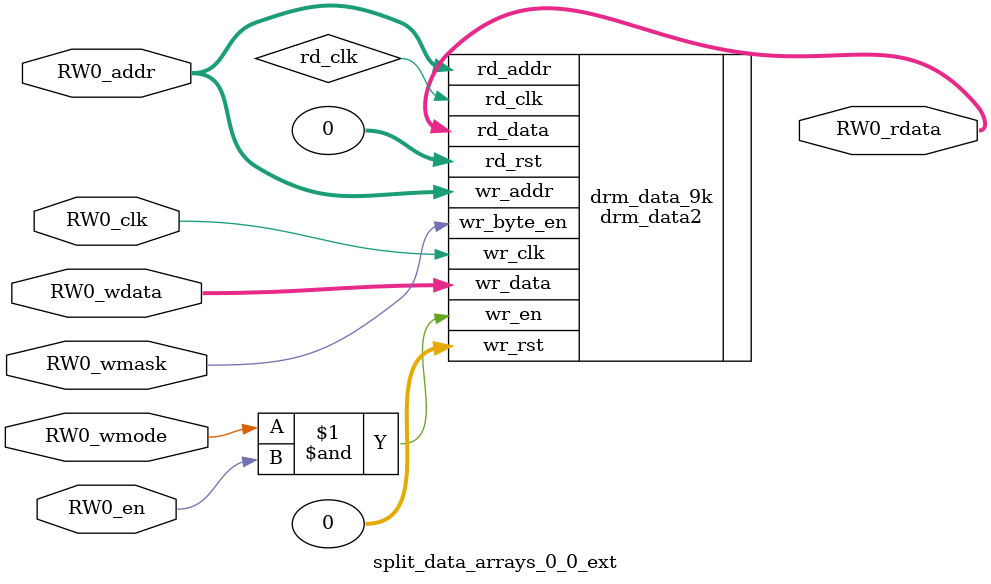
<source format=v>

module data_arrays_0_ext(
  input  [11:0] RW0_addr,
  input         RW0_clk,
  input  [31:0] RW0_wdata,
  output [31:0] RW0_rdata,
  input         RW0_en,
  input         RW0_wmode,
  input  [3:0]  RW0_wmask
);
  wire [11:0] mem_0_0_RW0_addr;
  wire  mem_0_0_RW0_clk;
  wire [7:0] mem_0_0_RW0_wdata;
  wire [7:0] mem_0_0_RW0_rdata;
  wire  mem_0_0_RW0_en;
  wire  mem_0_0_RW0_wmode;
  wire  mem_0_0_RW0_wmask;
  wire [11:0] mem_0_1_RW0_addr;
  wire  mem_0_1_RW0_clk;
  wire [7:0] mem_0_1_RW0_wdata;
  wire [7:0] mem_0_1_RW0_rdata;
  wire  mem_0_1_RW0_en;
  wire  mem_0_1_RW0_wmode;
  wire  mem_0_1_RW0_wmask;
  wire [11:0] mem_0_2_RW0_addr;
  wire  mem_0_2_RW0_clk;
  wire [7:0] mem_0_2_RW0_wdata;
  wire [7:0] mem_0_2_RW0_rdata;
  wire  mem_0_2_RW0_en;
  wire  mem_0_2_RW0_wmode;
  wire  mem_0_2_RW0_wmask;
  wire [11:0] mem_0_3_RW0_addr;
  wire  mem_0_3_RW0_clk;
  wire [7:0] mem_0_3_RW0_wdata;
  wire [7:0] mem_0_3_RW0_rdata;
  wire  mem_0_3_RW0_en;
  wire  mem_0_3_RW0_wmode;
  wire  mem_0_3_RW0_wmask;
  wire [7:0] RW0_rdata_0_0 = mem_0_0_RW0_rdata;
  wire [7:0] RW0_rdata_0_1 = mem_0_1_RW0_rdata;
  wire [7:0] RW0_rdata_0_2 = mem_0_2_RW0_rdata;
  wire [7:0] RW0_rdata_0_3 = mem_0_3_RW0_rdata;
  wire [15:0] _GEN_0 = {RW0_rdata_0_1,RW0_rdata_0_0};
  wire [23:0] _GEN_1 = {RW0_rdata_0_2,RW0_rdata_0_1,RW0_rdata_0_0};
  wire [31:0] RW0_rdata_0 = {RW0_rdata_0_3,RW0_rdata_0_2,RW0_rdata_0_1,RW0_rdata_0_0};
  wire [15:0] _GEN_2 = {RW0_rdata_0_1,RW0_rdata_0_0};
  wire [23:0] _GEN_3 = {RW0_rdata_0_2,RW0_rdata_0_1,RW0_rdata_0_0};
  split_data_arrays_0_ext mem_0_0 (
    .RW0_addr(mem_0_0_RW0_addr),
    .RW0_clk(mem_0_0_RW0_clk),
    .RW0_wdata(mem_0_0_RW0_wdata),
    .RW0_rdata(mem_0_0_RW0_rdata),
    .RW0_en(mem_0_0_RW0_en),
    .RW0_wmode(mem_0_0_RW0_wmode),
    .RW0_wmask(mem_0_0_RW0_wmask)
  );
  split_data_arrays_0_ext mem_0_1 (
    .RW0_addr(mem_0_1_RW0_addr),
    .RW0_clk(mem_0_1_RW0_clk),
    .RW0_wdata(mem_0_1_RW0_wdata),
    .RW0_rdata(mem_0_1_RW0_rdata),
    .RW0_en(mem_0_1_RW0_en),
    .RW0_wmode(mem_0_1_RW0_wmode),
    .RW0_wmask(mem_0_1_RW0_wmask)
  );
  split_data_arrays_0_ext mem_0_2 (
    .RW0_addr(mem_0_2_RW0_addr),
    .RW0_clk(mem_0_2_RW0_clk),
    .RW0_wdata(mem_0_2_RW0_wdata),
    .RW0_rdata(mem_0_2_RW0_rdata),
    .RW0_en(mem_0_2_RW0_en),
    .RW0_wmode(mem_0_2_RW0_wmode),
    .RW0_wmask(mem_0_2_RW0_wmask)
  );
  split_data_arrays_0_ext mem_0_3 (
    .RW0_addr(mem_0_3_RW0_addr),
    .RW0_clk(mem_0_3_RW0_clk),
    .RW0_wdata(mem_0_3_RW0_wdata),
    .RW0_rdata(mem_0_3_RW0_rdata),
    .RW0_en(mem_0_3_RW0_en),
    .RW0_wmode(mem_0_3_RW0_wmode),
    .RW0_wmask(mem_0_3_RW0_wmask)
  );
  assign RW0_rdata = {RW0_rdata_0_3,_GEN_1};
  assign mem_0_0_RW0_addr = RW0_addr;
  assign mem_0_0_RW0_clk = RW0_clk;
  assign mem_0_0_RW0_wdata = RW0_wdata[7:0];
  assign mem_0_0_RW0_en = RW0_en;
  assign mem_0_0_RW0_wmode = RW0_wmode;
  assign mem_0_0_RW0_wmask = RW0_wmask[0];
  assign mem_0_1_RW0_addr = RW0_addr;
  assign mem_0_1_RW0_clk = RW0_clk;
  assign mem_0_1_RW0_wdata = RW0_wdata[15:8];
  assign mem_0_1_RW0_en = RW0_en;
  assign mem_0_1_RW0_wmode = RW0_wmode;
  assign mem_0_1_RW0_wmask = RW0_wmask[1];
  assign mem_0_2_RW0_addr = RW0_addr;
  assign mem_0_2_RW0_clk = RW0_clk;
  assign mem_0_2_RW0_wdata = RW0_wdata[23:16];
  assign mem_0_2_RW0_en = RW0_en;
  assign mem_0_2_RW0_wmode = RW0_wmode;
  assign mem_0_2_RW0_wmask = RW0_wmask[2];
  assign mem_0_3_RW0_addr = RW0_addr;
  assign mem_0_3_RW0_clk = RW0_clk;
  assign mem_0_3_RW0_wdata = RW0_wdata[31:24];
  assign mem_0_3_RW0_en = RW0_en;
  assign mem_0_3_RW0_wmode = RW0_wmode;
  assign mem_0_3_RW0_wmask = RW0_wmask[3];
endmodule
module tag_array_ext(
  input  [5:0]  RW0_addr,
  input         RW0_clk,
  input  [20:0] RW0_wdata,
  output [20:0] RW0_rdata,
  input         RW0_en,
  input         RW0_wmode,
  input         RW0_wmask
);
  wire [5:0] mem_0_0_RW0_addr;
  wire  mem_0_0_RW0_clk;
  wire [20:0] mem_0_0_RW0_wdata;
  wire [20:0] mem_0_0_RW0_rdata;
  wire  mem_0_0_RW0_en;
  wire  mem_0_0_RW0_wmode;
  wire  mem_0_0_RW0_wmask;
  wire [20:0] RW0_rdata_0_0 = mem_0_0_RW0_rdata;
  wire [20:0] RW0_rdata_0 = RW0_rdata_0_0;
  split_tag_array_ext mem_0_0 (
    .RW0_addr(mem_0_0_RW0_addr),
    .RW0_clk(mem_0_0_RW0_clk),
    .RW0_wdata(mem_0_0_RW0_wdata),
    .RW0_rdata(mem_0_0_RW0_rdata),
    .RW0_en(mem_0_0_RW0_en),
    .RW0_wmode(mem_0_0_RW0_wmode),
    .RW0_wmask(mem_0_0_RW0_wmask)
  );
  assign RW0_rdata = mem_0_0_RW0_rdata;
  assign mem_0_0_RW0_addr = RW0_addr;
  assign mem_0_0_RW0_clk = RW0_clk;
  assign mem_0_0_RW0_wdata = RW0_wdata;
  assign mem_0_0_RW0_en = RW0_en;
  assign mem_0_0_RW0_wmode = RW0_wmode;
  assign mem_0_0_RW0_wmask = RW0_wmask;
endmodule
module data_arrays_0_0_ext(
  input  [9:0]  RW0_addr,
  input         RW0_clk,
  input  [31:0] RW0_wdata,
  output [31:0] RW0_rdata,
  input         RW0_en,
  input         RW0_wmode,
  input         RW0_wmask
);
wire [11:0] mem_0_0_RW0_addr;
  wire  mem_0_0_RW0_clk;
  wire [7:0] mem_0_0_RW0_wdata;
  wire [7:0] mem_0_0_RW0_rdata;
  wire  mem_0_0_RW0_en;
  wire  mem_0_0_RW0_wmode;
  wire  mem_0_0_RW0_wmask;
  wire [11:0] mem_0_1_RW0_addr;
  wire  mem_0_1_RW0_clk;
  wire [7:0] mem_0_1_RW0_wdata;
  wire [7:0] mem_0_1_RW0_rdata;
  wire  mem_0_1_RW0_en;
  wire  mem_0_1_RW0_wmode;
  wire  mem_0_1_RW0_wmask;
  wire [11:0] mem_0_2_RW0_addr;
  wire  mem_0_2_RW0_clk;
  wire [7:0] mem_0_2_RW0_wdata;
  wire [7:0] mem_0_2_RW0_rdata;
  wire  mem_0_2_RW0_en;
  wire  mem_0_2_RW0_wmode;
  wire  mem_0_2_RW0_wmask;
  wire [11:0] mem_0_3_RW0_addr;
  wire  mem_0_3_RW0_clk;
  wire [7:0] mem_0_3_RW0_wdata;
  wire [7:0] mem_0_3_RW0_rdata;
  wire  mem_0_3_RW0_en;
  wire  mem_0_3_RW0_wmode;
  wire  mem_0_3_RW0_wmask;
  wire [7:0] RW0_rdata_0_0 = mem_0_0_RW0_rdata;
  wire [7:0] RW0_rdata_0_1 = mem_0_1_RW0_rdata;
  wire [7:0] RW0_rdata_0_2 = mem_0_2_RW0_rdata;
  wire [7:0] RW0_rdata_0_3 = mem_0_3_RW0_rdata;
  wire [15:0] _GEN_0 = {RW0_rdata_0_1,RW0_rdata_0_0};
  wire [23:0] _GEN_1 = {RW0_rdata_0_2,RW0_rdata_0_1,RW0_rdata_0_0};
  wire [31:0] RW0_rdata_0 = {RW0_rdata_0_3,RW0_rdata_0_2,RW0_rdata_0_1,RW0_rdata_0_0};
  wire [15:0] _GEN_2 = {RW0_rdata_0_1,RW0_rdata_0_0};
  wire [23:0] _GEN_3 = {RW0_rdata_0_2,RW0_rdata_0_1,RW0_rdata_0_0};
  split_data_arrays_0_0_ext mem_0_0 (
    .RW0_addr(mem_0_0_RW0_addr),
    .RW0_clk(mem_0_0_RW0_clk),
    .RW0_wdata(mem_0_0_RW0_wdata),
    .RW0_rdata(mem_0_0_RW0_rdata),
    .RW0_en(mem_0_0_RW0_en),
    .RW0_wmode(mem_0_0_RW0_wmode),
    .RW0_wmask(mem_0_0_RW0_wmask)
  );
  split_data_arrays_0_0_ext mem_0_1 (
    .RW0_addr(mem_0_1_RW0_addr),
    .RW0_clk(mem_0_1_RW0_clk),
    .RW0_wdata(mem_0_1_RW0_wdata),
    .RW0_rdata(mem_0_1_RW0_rdata),
    .RW0_en(mem_0_1_RW0_en),
    .RW0_wmode(mem_0_1_RW0_wmode),
    .RW0_wmask(mem_0_1_RW0_wmask)
  );
  split_data_arrays_0_0_ext mem_0_2 (
    .RW0_addr(mem_0_2_RW0_addr),
    .RW0_clk(mem_0_2_RW0_clk),
    .RW0_wdata(mem_0_2_RW0_wdata),
    .RW0_rdata(mem_0_2_RW0_rdata),
    .RW0_en(mem_0_2_RW0_en),
    .RW0_wmode(mem_0_2_RW0_wmode),
    .RW0_wmask(mem_0_2_RW0_wmask)
  );
  split_data_arrays_0_0_ext mem_0_3 (
    .RW0_addr(mem_0_3_RW0_addr),
    .RW0_clk(mem_0_3_RW0_clk),
    .RW0_wdata(mem_0_3_RW0_wdata),
    .RW0_rdata(mem_0_3_RW0_rdata),
    .RW0_en(mem_0_3_RW0_en),
    .RW0_wmode(mem_0_3_RW0_wmode),
    .RW0_wmask(mem_0_3_RW0_wmask)
  );
  assign RW0_rdata = {RW0_rdata_0_3,_GEN_1};
  assign mem_0_0_RW0_addr = RW0_addr;
  assign mem_0_0_RW0_clk = RW0_clk;
  assign mem_0_0_RW0_wdata = RW0_wdata[7:0];
  assign mem_0_0_RW0_en = RW0_en;
  assign mem_0_0_RW0_wmode = RW0_wmode;
  assign mem_0_0_RW0_wmask = RW0_wmask;
  assign mem_0_1_RW0_addr = RW0_addr;
  assign mem_0_1_RW0_clk = RW0_clk;
  assign mem_0_1_RW0_wdata = RW0_wdata[15:8];
  assign mem_0_1_RW0_en = RW0_en;
  assign mem_0_1_RW0_wmode = RW0_wmode;
  assign mem_0_1_RW0_wmask = RW0_wmask;
  assign mem_0_2_RW0_addr = RW0_addr;
  assign mem_0_2_RW0_clk = RW0_clk;
  assign mem_0_2_RW0_wdata = RW0_wdata[23:16];
  assign mem_0_2_RW0_en = RW0_en;
  assign mem_0_2_RW0_wmode = RW0_wmode;
  assign mem_0_2_RW0_wmask = RW0_wmask;
  assign mem_0_3_RW0_addr = RW0_addr;
  assign mem_0_3_RW0_clk = RW0_clk;
  assign mem_0_3_RW0_wdata = RW0_wdata[31:24];
  assign mem_0_3_RW0_en = RW0_en;
  assign mem_0_3_RW0_wmode = RW0_wmode;
  assign mem_0_3_RW0_wmask = RW0_wmask;
endmodule
module split_data_arrays_0_ext(
  input  [11:0] RW0_addr,
  input         RW0_clk,
  input  [7:0]  RW0_wdata,
  output [7:0]  RW0_rdata,
  input         RW0_en,
  input         RW0_wmode,
  input         RW0_wmask
);
drm_data drm_data_18k (
  .wr_data(RW0_wdata),          // input [7:0]
  .wr_addr(RW0_addr),          // input [11:0]
  .wr_en(RW0_wmode & RW0_en),              // input
  .wr_byte_en(RW0_wmask),    // input
  .wr_clk(RW0_clk),            // input
  .wr_rst(0),            // input
  .rd_addr(RW0_addr),          // input [11:0]
  .rd_data(RW0_rdata),          // output [7:0]
  .rd_clk(rd_clk),            // input
  .rd_rst(0)             // input
);
endmodule
module split_tag_array_ext(
  input  [5:0]  RW0_addr,
  input         RW0_clk,
  input  [20:0] RW0_wdata,
  output [20:0] RW0_rdata,
  input         RW0_en,
  input         RW0_wmode,
  input         RW0_wmask
);
wire [7:0] wdata0;
wire [7:0] wdata1;
wire [7:0] wdata2;
wire [7:0] rdata0;
wire [7:0] rdata1;
wire [7:0] rdata2;
assign RW0_rdata = {rdata2[4:0], rdata1, rdata0};
assign wdata0 = RW0_wdata[7:0];
assign wdata1 = RW0_wdata[15:8];
assign wdata2 = {0, RW0_wdata[20:16]};
drm_tag drm_tag_9k_0 (
  .wr_data(wdata0),          // input [7:0]
  .wr_addr(RW0_addr),          // input [11:0]
  .wr_en(RW0_wmode & RW0_en),              // input
  .wr_byte_en(RW0_wmask),    // input
  .wr_clk(RW0_clk),            // input
  .wr_rst(0),            // input
  .rd_addr(RW0_addr),          // input [11:0]
  .rd_data(rdata0),          // output [7:0]
  .rd_clk(rd_clk),            // input
  .rd_rst(0)             // input
);
drm_tag drm_tag_9k_1 (
  .wr_data(wdata1),          // input [7:0]
  .wr_addr(RW0_addr),          // input [11:0]
  .wr_en(RW0_wmode & RW0_en),              // input
  .wr_byte_en(RW0_wmask),    // input
  .wr_clk(RW0_clk),            // input
  .wr_rst(0),            // input
  .rd_addr(RW0_addr),          // input [11:0]
  .rd_data(rdata1),          // output [7:0]
  .rd_clk(rd_clk),            // input
  .rd_rst(0)             // input
);
drm_tag drm_tag_9k_2 (
  .wr_data(wdata2),          // input [7:0]
  .wr_addr(RW0_addr),          // input [11:0]
  .wr_en(RW0_wmode & RW0_en),              // input
  .wr_byte_en(RW0_wmask),    // input
  .wr_clk(RW0_clk),            // input
  .wr_rst(0),            // input
  .rd_addr(RW0_addr),          // input [11:0]
  .rd_data(rdata2),          // output [7:0]
  .rd_clk(rd_clk),            // input
  .rd_rst(0)             // input
);
endmodule
module split_data_arrays_0_0_ext(
  input  [9:0]  RW0_addr,
  input         RW0_clk,
  input  [7:0] RW0_wdata,
  output [7:0] RW0_rdata,
  input         RW0_en,
  input         RW0_wmode,
  input         RW0_wmask
);
drm_data2 drm_data_9k (
  .wr_data(RW0_wdata),          // input [7:0]
  .wr_addr(RW0_addr),          // input [11:0]
  .wr_en(RW0_wmode & RW0_en),              // input
  .wr_byte_en(RW0_wmask),    // input
  .wr_clk(RW0_clk),            // input
  .wr_rst(0),            // input
  .rd_addr(RW0_addr),          // input [11:0]
  .rd_data(RW0_rdata),          // output [7:0]
  .rd_clk(rd_clk),            // input
  .rd_rst(0)             // input
);
endmodule

</source>
